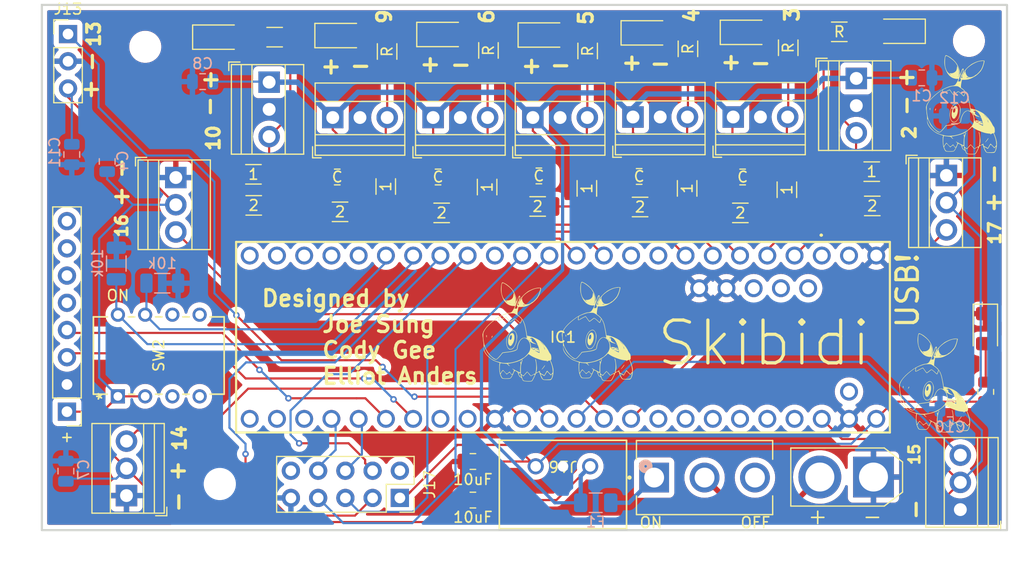
<source format=kicad_pcb>
(kicad_pcb (version 20240108) (generator "pcbnew") (generator_version "8.0")
  (layers (0 "F.Cu" signal) (31 "B.Cu" signal) (34 "B.Paste" user) (35 "F.Paste" user) (36 "B.SilkS" user "B.Silkscreen") (37 "F.SilkS" user "F.Silkscreen") (38 "B.Mask" user) (39 "F.Mask" user) (44 "Edge.Cuts" user))
  (net 0 "")
  (net 1 "GND")
  (net 2 "+12V")
  (net 3 "+3.3V")
  (net 4 "+5V")
  (net 5 "Net-(D1-A)")
  (net 6 "Net-(D2-A)")
  (net 7 "Net-(D3-A)")
  (net 8 "Net-(D4-A)")
  (net 9 "Net-(D5-A)")
  (net 10 "Net-(D6-A)")
  (net 11 "Net-(D7-A)")
  (net 12 "Net-(D8-A)")
  (net 13 "Net-(SW1-C)")
  (net 14 "Dis2")
  (net 15 "BDC2")
  (net 18 "SCL")
  (net 19 "LN2")
  (net 20 "BDC1")
  (net 21 "Dis4")
  (net 23 "DIP3")
  (net 24 "LN1")
  (net 28 "SDA")
  (net 31 "BDC22")
  (net 32 "LN3")
  (net 35 "Dis7")
  (net 44 "Dis6")
  (net 45 "DIP4")
  (net 50 "LN4")
  (net 52 "Dis1")
  (net 53 "Dis5")
  (net 54 "BDC11")
  (net 58 "Dis3")
  (net 60 "Start")
  (net 61 "OM1")
  (net 62 "OM3")
  (net 63 "OM5")
  (net 64 "OM2")
  (net 65 "OM4")
  (net 66 "OM7")
  (net 67 "OM6")
  (net 68 "Net-(J12-Pin_2)")
  (net 69 "PWMB")
  (net 70 "PWMA")
  (footprint "Resistor_SMD:R_1206_3216Metric" (layer "F.Cu") (at 211.0375 42.1)
    (property "Reference" "2")
    (property "Value" "R_US")
  )
  (footprint "Resistor_SMD:R_1206_3216Metric" (layer "F.Cu") (at 201.6875 41.55)
    (property "Reference" "2")
    (property "Value" "R_US")
  )
  (footprint "Resistor_SMD:R_1206_3216Metric" (layer "F.Cu") (at 215.375 39.9375 -90)
    (property "Reference" "1")
    (property "Value" "R_US")
  )
  (footprint "Resistor_SMD:R_1206_3216Metric" (layer "F.Cu") (at 173.7125 42)
    (property "Reference" "2")
    (property "Value" "R_US")
  )
  (footprint "Resistor_SMD:R_1206_3216Metric" (layer "F.Cu") (at 165.6375 38.5 180)
    (property "Reference" "1")
    (property "Value" "R_US")
  )
  (footprint "TerminalBlock:TerminalBlock_Xinya_XY308-2.54-3P_1x03_P2.54mm_Horizontal" (layer "F.Cu") (at 201.025 33.15)
    (property "Reference" "J3" (hide yes))
    (property "Value" "Screw_Terminal_01x03")
  )
  (footprint "Capacitor_SMD:C_0805_2012Metric" (layer "F.Cu") (at 182.85 38.75 180)
    (property "Reference" "C")
    (property "Value" "0.1uF")
  )
  (footprint "Resistor_SMD:R_1206_3216Metric" (layer "F.Cu") (at 178.1 27.0375 -90)
    (property "Reference" "R")
    (property "Value" "500ohm")
  )
  (footprint "Resistor_SMD:R_1206_3216Metric" (layer "F.Cu") (at 196.725 39.8125 -90)
    (property "Reference" "1")
    (property "Value" "R_US")
  )
  (footprint "TerminalBlock:TerminalBlock_Xinya_XY308-2.54-3P_1x03_P2.54mm_Horizontal" (layer "F.Cu") (at 230.25 38.605 -90)
    (property "Reference" "J11" (hide yes))
    (property "Value" "Screw_Terminal_01x03")
  )
  (footprint "Capacitor_SMD:C_0805_2012Metric" (layer "F.Cu") (at 201.6 38.7)
    (property "Reference" "C")
    (property "Value" "10uF")
  )
  (footprint "LED_SMD:LED_1206_3216Metric" (layer "F.Cu") (at 233.881079 52.903457 -90)
    (property "Reference" "D8" (hide yes))
    (property "Value" "LED")
  )
  (footprint "Resistor_SMD:R_1206_3216Metric" (layer "F.Cu") (at 165.6625 41.4 180)
    (property "Reference" "2")
    (property "Value" "R_US")
  )
  (footprint "Capacitor_SMD:C_0805_2012Metric" (layer "F.Cu") (at 192.25 38.65 180)
    (property "Reference" "C")
    (property "Value" "0.1uF")
  )
  (footprint "LED_SMD:LED_1206_3216Metric" (layer "F.Cu") (at 192.6 25.5)
    (property "Reference" "D4" (hide yes))
    (property "Value" "LED")
  )
  (footprint "TerminalBlock:TerminalBlock_Xinya_XY308-2.54-3P_1x03_P2.54mm_Horizontal" (layer "F.Cu") (at 231.55 69.79 90)
    (property "Reference" "J7" (hide yes))
    (property "Value" "Screw_Terminal_01x03")
  )
  (footprint "askibidi:swotcslide" (layer "F.Cu") (at 207.7 66.8)
    (property "Reference" "ON")
    (property "Value" "SW_Nidec_CAS-120A1")
  )
  (footprint "Capacitor_SMD:C_0805_2012Metric" (layer "F.Cu") (at 186.1 68.9 180)
    (property "Reference" "10uF")
    (property "Value" "0.1uF")
  )
  (footprint "TerminalBlock:TerminalBlock_Xinya_XY308-2.54-3P_1x03_P2.54mm_Horizontal" (layer "F.Cu") (at 182.39 33.2)
    (property "Reference" "J4" (hide yes))
    (property "Value" "Screw_Terminal_01x03")
  )
  (footprint "TerminalBlock:TerminalBlock_Xinya_XY308-2.54-3P_1x03_P2.54mm_Horizontal" (layer "F.Cu") (at 191.69 33.2)
    (property "Reference" "J6" (hide yes))
    (property "Value" "Screw_Terminal_01x03")
  )
  (footprint "LED_SMD:LED_1206_3216Metric" (layer "F.Cu") (at 226 25.15 180)
    (property "Reference" "D1" (hide yes))
    (property "Value" "LED")
  )
  (footprint "Resistor_SMD:R_1206_3216Metric" (layer "F.Cu") (at 167.6125 25.7)
    (property "Reference" "R24" (hide yes))
    (property "Value" "500ohm")
  )
  (footprint "Resistor_SMD:R_0805_2012Metric" (layer "F.Cu") (at 233.91565 58.804478 -90)
    (property "Reference" "R15" (hide yes))
    (property "Value" "180ohm")
  )
  (footprint "LED_SMD:LED_1206_3216Metric" (layer "F.Cu") (at 162.25 25.7)
    (property "Reference" "D7" (hide yes))
    (property "Value" "LED")
  )
  (footprint "TerminalBlock:TerminalBlock_Xinya_XY308-2.54-3P_1x03_P2.54mm_Horizontal" (layer "F.Cu") (at 221.85 29.55 -90)
    (property "Reference" "J2" (hide yes))
    (property "Value" "Screw_Terminal_01x03")
  )
  (footprint "MountingHole:MountingHole_2.5mm" (layer "F.Cu") (at 162.5 67.4)
    (property "Reference" "H3" (hide yes))
    (property "Value" "MountingHole")
  )
  (footprint "Resistor_SMD:R_1206_3216Metric" (layer "F.Cu") (at 183.1875 42.1)
    (property "Reference" "2")
    (property "Value" "R_US")
  )
  (footprint "LED_SMD:LED_1206_3216Metric" (layer "F.Cu") (at 202.2 25.3)
    (property "Reference" "D3" (hide yes))
    (property "Value" "LED")
  )
  (footprint "askibidi:turtwig" (layer "F.Cu") (at 197.7 53.15)
    (property "Reference" "G***" (hide yes))
    (property "Value" "LOGO" (hide yes))
  )
  (footprint "TerminalBlock:TerminalBlock_Xinya_XY308-2.54-3P_1x03_P2.54mm_Horizontal" (layer "F.Cu") (at 173.03 33.2)
    (property "Reference" "J9" (hide yes))
    (property "Value" "Screw_Terminal_01x03")
  )
  (footprint "Connector_PinHeader_2.54mm:PinHeader_1x08_P2.54mm_Vertical" (layer "F.Cu") (at 148.25 60.65 180)
    (property "Reference" "+")
    (property "Value" "Conn_01x08_Pin")
  )
  (footprint "askibidi:AnotherTeensy" (layer "F.Cu") (at 218.63 46.08 180)
    (property "Reference" "IC1")
    (property "Value" "TEENSY_4.1" (hide yes))
  )
  (footprint "TerminalBlock:TerminalBlock_Xinya_XY308-2.54-3P_1x03_P2.54mm_Horizontal" (layer "F.Cu") (at 210.37 33.15)
    (property "Reference" "J5" (hide yes))
    (property "Value" "Screw_Terminal_01x03")
  )
  (footprint "Capacitor_SMD:C_0805_2012Metric" (layer "F.Cu") (at 211.25 38.75)
    (property "Reference" "C")
    (property "Value" "0.1uF")
  )
  (footprint "Resistor_SMD:R_1206_3216Metric" (layer "F.Cu") (at 223.3375 41.45)
    (property "Reference" "2")
    (property "Value" "R_US")
  )
  (footprint "Resistor_SMD:R_1206_3216Metric" (layer "F.Cu") (at 223.2875 38.25)
    (property "Reference" "1")
    (property "Value" "R_US")
  )
  (footprint "Capacitor_SMD:C_0805_2012Metric" (layer "F.Cu") (at 186.1 65.3 180)
    (property "Reference" "10uF")
    (property "Value" "10uF")
  )
  (footprint "askibidi:turtwig" (layer "F.Cu") (at 231.65 32)
    (property "Reference" "G***" (hide yes))
    (property "Value" "LOGO" (hide yes))
  )
  (footprint "askibidi:turtwig" (layer "F.Cu") (at 190.3 53.2)
    (property "Reference" "G***" (hide yes))
    (property "Value" "LOGO" (hide yes))
  )
  (footprint "Connector_PinSocket_2.54mm:PinSocket_2x05_P2.54mm_Vertical" (layer "F.Cu") (at 179.29 68.7 -90)
    (property "Reference" "J17")
    (property "Value" "Conn_02x05_Odd_Even")
  )
  (footprint "TerminalBlock:TerminalBlock_Xinya_XY308-2.54-3P_1x03_P2.54mm_Horizontal" (layer "F.Cu") (at 153.8 68.48 90)
    (property "Reference" "J1" (hide yes))
    (property "Value" "Screw_Terminal_01x03")
  )
  (footprint "Resistor_SMD:R_1206_3216Metric" (layer "F.Cu") (at 177.975 39.6375 -90)
    (property "Reference" "1")
    (property "Value" "R_US")
  )
  (footprint "Resistor_SMD:R_1206_3216Metric" (layer "F.Cu") (at 206.075 39.8125 -90)
    (property "Reference" "1")
    (property "Value" "R_US")
  )
  (footprint "askibidi:Dipshit" (layer "F.Cu") (at 153 59.22 90)
    (property "Reference" "SW2")
    (property "Value" "210-4MS")
  )
  (footprint "Connector_PinHeader_2.54mm:PinHeader_1x03_P2.54mm_Vertical" (layer "F.Cu") (at 148.35 25.41)
    (property "Reference" "J13")
    (property "Value" "Conn_01x03_Pin")
  )
  (footprint "Resistor_SMD:R_1206_3216Metric" (layer "F.Cu") (at 187.425 39.6875 -90)
    (property "Reference" "1")
    (property "Value" "R_US")
  )
  (footprint "LED_SMD:LED_1206_3216Metric" (layer "F.Cu") (at 211.45 25.25)
    (property "Reference" "D2" (hide yes))
    (property "Value" "LED")
  )
  (footprint "askibidi:turtwig" (layer "F.Cu") (at 229.15 57.95)
    (property "Reference" "G***" (hide yes))
    (property "Value" "LOGO" (hide yes))
  )
  (footprint "TerminalBlock:TerminalBlock_Xinya_XY308-2.54-3P_1x03_P2.54mm_Horizontal" (layer "F.Cu") (at 158.4 38.8 -90)
    (property "Reference" "J10" (hide yes))
    (property "Value" "Screw_Terminal_01x03")
  )
  (footprint "MountingHole:MountingHole_2.5mm" (layer "F.Cu") (at 155.55 26.6)
    (property "Reference" "H1" (hide yes))
    (property "Value" "MountingHole")
  )
  (footprint "TerminalBlock:TerminalBlock_Xinya_XY308-2.54-3P_1x03_P2.54mm_Horizontal" (layer "F.Cu") (at 167.1 29.9 -90)
    (property "Reference" "J8" (hide yes))
    (property "Value" "Screw_Terminal_01x03")
  )
  (footprint "Resistor_SMD:R_1206_3216Metric" (layer "F.Cu") (at 220.2625 25.2 180)
    (property "Reference" "R18" (hide yes))
    (property "Value" "500ohm")
  )
  (footprint "MountingHole:MountingHole_2.5mm" (layer "F.Cu") (at 232.35 26.05)
    (property "Reference" "H2" (hide yes))
    (property "Value" "MountingHole")
  )
  (footprint "LED_SMD:LED_1206_3216Metric" (layer "F.Cu") (at 183.15 25.45)
    (property "Reference" "D5" (hide yes))
    (property "Value" "LED")
  )
  (footprint "Resistor_SMD:R_1206_3216Metric" (layer "F.Cu") (at 196.8 26.9875 -90)
    (property "Reference" "R21" (hide yes))
    (property "Value" "500ohm")
  )
  (footprint "LED_SMD:LED_1206_3216Metric" (layer "F.Cu") (at 173.65 25.55)
    (property "Reference" "D6" (hide yes))
    (property "Value" "LED")
  )
  (footprint "Resistor_SMD:R_1206_3216Metric" (layer "F.Cu") (at 206.15 26.7875 -90)
    (property "Reference" "R20" (hide yes))
    (property "Value" "500ohm")
  )
  (footprint "Resistor_SMD:R_1206_3216Metric" (layer "F.Cu") (at 215.5 26.6875 -90)
    (property "Reference" "R19" (hide yes))
    (property "Value" "500ohm")
  )
  (footprint "Capacitor_SMD:C_0805_2012Metric" (layer "F.Cu") (at 173.45 38.75 180)
    (property "Reference" "C")
    (property "Value" "0.1uF")
  )
  (footprint "Connector_AMASS:AMASS_XT30U-F_1x02_P5.0mm_Vertical" (layer "F.Cu") (at 223.45 66.75 180)
    (property "Reference" "J12" (hide yes))
    (property "Value" "12V")
  )
  (footprint "Resistor_SMD:R_1206_3216Metric" (layer "F.Cu") (at 187.55 26.9375 -90)
    (property "Reference" "R22" (hide yes))
    (property "Value" "500ohm")
  )
  (footprint "Resistor_SMD:R_1206_3216Metric" (layer "F.Cu") (at 192.1375 41.5)
    (property "Reference" "2")
    (property "Value" "R_US")
  )
  (footprint "askibidi:5vregulator" (layer "F.Cu") (at 197.0351 65.750499 180)
    (property "Reference" "J16")
    (property "Value" "P78E05-1000")
  )
  (footprint "Capacitor_SMD:C_0805_2012Metric" (layer "B.Cu") (at 231 33.05 180)
    (property "Reference" "C12")
    (property "Value" "0.1uF")
  )
  (footprint "Capacitor_SMD:C_0805_2012Metric" (layer "B.Cu") (at 230.6 60.4)
    (property "Reference" "C10")
    (property "Value" "0.1uF")
  )
  (footprint "Capacitor_SMD:C_0805_2012Metric" (layer "B.Cu") (at 148.15 66.2 -90)
    (property "Reference" "C7")
    (property "Value" "0.1uF")
  )
  (footprint "Capacitor_SMD:C_0805_2012Metric" (layer "B.Cu") (at 152 37.3 -90)
    (property "Reference" "C4")
    (property "Value" "0.1uF")
  )
  (footprint "Capacitor_SMD:C_1206_3216Metric" (layer "B.Cu") (at 152.85 46.825 -90)
    (property "Reference" "R16" (hide yes))
    (property "Value" "10k")
  )
  (footprint "Capacitor_SMD:C_1206_3216Metric" (layer "B.Cu") (at 157.135 48.66)
    (property "Reference" "R17" (hide yes))
    (property "Value" "10k")
  )
  (footprint "Capacitor_SMD:C_0805_2012Metric" (layer "B.Cu") (at 160.9 29.85 180)
    (property "Reference" "C8")
    (property "Value" "0.1uF")
  )
  (footprint "Fuse:Fuse_1206_3216Metric" (layer "B.Cu") (at 197.55 69.15)
    (property "Reference" "F1")
    (property "Value" "Fuse")
  )
  (footprint "Capacitor_SMD:C_0805_2012Metric" (layer "B.Cu") (at 148.7 36.65 90)
    (property "Reference" "C11")
    (property "Value" "0.1uF")
  )
  (footprint "Capacitor_SMD:C_0805_2012Metric" (layer "B.Cu") (at 227.95 29.5)
    (property "Reference" "C1")
    (property "Value" "0.1uF")
  )
  (gr_rect (start 145.91 22.69) (end 235.9 71.7045) (stroke (width 0.2)) (fill none) (layer "Edge.Cuts"))
  (gr_text "14" (at 159.45 64.45 90) (layer "F.SilkS") (effects (font (size 1.2 1.2) (thickness 0.3) (bold yes)) (justify left bottom)))
  (gr_text "-" (at 154.15 36.8 90) (layer "F.SilkS") (effects (font (size 1.5 1.5) (thickness 0.3) (bold yes)) (justify left bottom mirror)))
  (gr_text "R" (at 215.5 26.6875 90) (layer "F.SilkS") (effects (font (size 1 1))))
  (gr_text "-" (at 149.85 29.1 -90) (layer "F.SilkS") (effects (font (size 1.5 1.5) (thickness 0.3) (bold yes)) (justify left bottom mirror)))
  (gr_text "+" (at 174 29.25 0) (layer "F.SilkS") (effects (font (size 1.5 1.5) (thickness 0.3) (bold yes)) (justify left bottom mirror)))
  (gr_text "+" (at 192.7 29.2 0) (layer "F.SilkS") (effects (font (size 1.5 1.5) (thickness 0.3) (bold yes)) (justify left bottom mirror)))
  (gr_text "+" (at 183.25 29.05 0) (layer "F.SilkS") (effects (font (size 1.5 1.5) (thickness 0.3) (bold yes)) (justify left bottom mirror)))
  (gr_text "-" (at 235.5 37.35 90) (layer "F.SilkS") (effects (font (size 1.5 1.5) (thickness 0.3) (bold yes)) (justify left bottom mirror)))
  (gr_text "R" (at 220.2625 25.2 0) (layer "F.SilkS") (effects (font (size 1 1))))
  (gr_text "+" (at 151.65 31.35 0) (layer "F.SilkS") (effects (font (size 1.5 1.5) (thickness 0.3) (bold yes)) (justify left bottom mirror)))
  (gr_text "17" (at 235.4 45.2 90) (layer "F.SilkS") (effects (font (size 1.1 1.1) (thickness 0.275) (bold yes)) (justify left bottom)))
  (gr_text "-" (at 202.45 27.45 180) (layer "F.SilkS") (effects (font (size 1.5 1.5) (thickness 0.3) (bold yes)) (justify left bottom mirror)))
  (gr_text "5" (at 197.4 24.7 90) (layer "F.SilkS") (effects (font (size 1.3 1.3) (thickness 0.3) (bold yes)) (justify left bottom)))
  (gr_text "R" (at 206.15 26.7875 90) (layer "F.SilkS") (effects (font (size 1 1))))
  (gr_text "+" (at 235.83 41.9 0) (layer "F.SilkS") (effects (font (size 1.5 1.5) (thickness 0.3) (bold yes)) (justify left bottom mirror)))
  (gr_text "16" (at 154 44.525 90) (layer "F.SilkS") (effects (font (size 1.1 1.1) (thickness 0.275) (bold yes)) (justify left bottom)))
  (gr_text "15" (at 227.85 65.75 90) (layer "F.SilkS") (effects (font (size 1 1) (thickness 0.25) (bold yes)) (justify left bottom)))
  (gr_text "R" (at 187.55 26.9375 90) (layer "F.SilkS") (effects (font (size 1 1))))
  (gr_text "-" (at 211.8 27.4 180) (layer "F.SilkS") (effects (font (size 1.5 1.5) (thickness 0.3) (bold yes)) (justify left bottom mirror)))
  (gr_text "+" (at 154.5 41.345 0) (layer "F.SilkS") (effects (font (size 1.5 1.5) (thickness 0.3) (bold yes)) (justify left bottom mirror)))
  (gr_text "2" (at 227.5 35.35 90) (layer "F.SilkS") (effects (font (size 1.2 1.2) (thickness 0.3) (bold yes)) (justify left bottom)))
  (gr_text "13" (at 151.45 26.75 90) (layer "F.SilkS") (effects (font (size 1.2 1.2) (thickness 0.3) (bold yes)) (justify left bottom)))
  (gr_text "-" (at 183.85 27.55 180) (layer "F.SilkS") (effects (font (size 1.5 1.5) (thickness 0.3) (bold yes)) (justify left bottom mirror)))
  (gr_text "+" (at 159.75 66.95 0) (layer "F.SilkS") (effects (font (size 1.5 1.5) (thickness 0.3) (bold yes)) (justify left bottom mirror)))
  (gr_text "+" (at 202.05 28.9 0) (layer "F.SilkS") (effects (font (size 1.5 1.5) (thickness 0.3) (bold yes)) (justify left bottom mirror)))
  (gr_text "3" (at 216.62 24.4075 90) (layer "F.SilkS") (effects (font (size 1.3 1.3) (thickness 0.3) (bold yes)) (justify left bottom)))
  (gr_text "R" (at 196.8 26.9875 90) (layer "F.SilkS") (effects (font (size 1 1))))
  (gr_text "+" (at 211.3 28.85 0) (layer "F.SilkS") (effects (font (size 1.5 1.5) (thickness 0.3) (bold yes)) (justify left bottom mirror)))
  (gr_text "-" (at 228.2 68.65 90) (layer "F.SilkS") (effects (font (size 1.5 1.5) (thickness 0.3) (bold yes)) (justify left bottom mirror)))
  (gr_text "OFF\n" (at 212.45 71 0) (layer "F.SilkS") (effects (font (size 1 1))))
  (gr_text "10" (at 162.6 36.45 90) (layer "F.SilkS") (effects (font (size 1.2 1.2) (thickness 0.3) (bold yes)) (justify left bottom)))
  (gr_text "-" (at 160.85 33.3 -90) (layer "F.SilkS") (effects (font (size 1.5 1.5) (thickness 0.3) (bold yes)) (justify left bottom mirror)))
  (gr_text "+" (at 162.8 30.45 0) (layer "F.SilkS") (effects (font (size 1.5 1.5) (thickness 0.3) (bold yes)) (justify left bottom mirror)))
  (gr_text "6" (at 188.15 24.6 90) (layer "F.SilkS") (effects (font (size 1.3 1.3) (thickness 0.3) (bold yes)) (justify left bottom)))
  (gr_text "Designed by\n	Joe Sung \n	Cody Gee\n	Elliot Anders" (at 166.25 58.2 0) (layer "F.SilkS") (effects (font (size 1.5 1.5) (thickness 0.3) (bold yes)) (justify left bottom)))
  (gr_text "Skibidi" (at 203.05 56.6 0) (layer "F.SilkS") (effects (font (size 4 4) (thickness 0.3) (bold yes)) (justify left bottom)))
  (gr_text "-" (at 159.45 67.95 90) (layer "F.SilkS") (effects (font (size 1.5 1.5) (thickness 0.3) (bold yes)) (justify left bottom mirror)))
  (gr_text "-" (at 174.5 27.65 180) (layer "F.SilkS") (effects (font (size 1.5 1.5) (thickness 0.3) (bold yes)) (justify left bottom mirror)))
  (gr_text "9\n" (at 178.6 24.6 90) (layer "F.SilkS") (effects (font (size 1.3 1.3) (thickness 0.3) (bold yes)) (justify left bottom)))
  (gr_text "-" (at 193.15 27.6 180) (layer "F.SilkS") (effects (font (size 1.5 1.5) (thickness 0.3) (bold yes)) (justify left bottom mirror)))
  (gr_text "4" (at 207.27 24.5075 90) (layer "F.SilkS") (effects (font (size 1.3 1.3) (thickness 0.3) (bold yes)) (justify left bottom)))
  (gr_text "-" (at 227.35 30.95 90) (layer "F.SilkS") (effects (font (size 1.5 1.5) (thickness 0.3) (bold yes)) (justify left bottom mirror)))
  (gr_text "+" (at 227.688748 30.235 0) (layer "F.SilkS") (effects (font (size 1.5 1.5) (thickness 0.3) (bold yes)) (justify left bottom mirror)))
  (gr_text "USB!" (at 227.8 53 90) (layer "F.SilkS") (effects (font (size 2 2) (thickness 0.3) (bold yes)) (justify left bottom)))
  (segment (start 201.025 34.625) (end 201.025 33.15) (width 0.2) (layer "F.Cu") (net 2))
  (segment (start 210.3 38.75) (end 210.3 33.22) (width 0.2) (layer "F.Cu") (net 2))
  (segment (start 187.05 68.9) (end 193.885598 68.9) (width 0.2) (layer "F.Cu") (net 2))
  (segment (start 167.05 29.85) (end 167.1 29.9) (width 0.2) (layer "F.Cu") (net 2))
  (segment (start 182.39 34.69) (end 182.39 33.2) (width 0.2) (layer "F.Cu") (net 2))
  (segment (start 193.2 38.65) (end 193.2 35.95) (width 0.2) (layer "F.Cu") (net 2))
  (segment (start 202.55 38.7) (end 202.55 36.15) (width 0.2) (layer "F.Cu") (net 2))
  (segment (start 183.8 36.1) (end 182.39 34.69) (width 0.2) (layer "F.Cu") (net 2))
  (segment (start 194.835599 67.95) (end 195.192799 67.592799) (width 0.2) (layer "F.Cu") (net 2))
  (segment (start 210.3 33.22) (end 210.37 33.15) (width 0.2) (layer "F.Cu") (net 2))
  (segment (start 183.8 38.75) (end 183.8 36.1) (width 0.2) (layer "F.Cu") (net 2))
  (segment (start 173.03 34.33) (end 173.03 33.2) (width 0.2) (layer "F.Cu") (net 2))
  (segment (start 191.69 34.44) (end 191.69 33.2) (width 0.2) (layer "F.Cu") (net 2))
  (segment (start 193.2 35.95) (end 191.69 34.44) (width 0.2) (layer "F.Cu") (net 2))
  (segment (start 195.192799 67.592799) (end 197.0351 65.750499) (width 0.2) (layer "F.Cu") (net 2))
  (segment (start 221.9 29.5) (end 221.85 29.55) (width 0.2) (layer "F.Cu") (net 2))
  (segment (start 174.4 38.75) (end 174.4 35.7) (width 0.2) (layer "F.Cu") (net 2))
  (segment (start 174.4 35.7) (end 173.03 34.33) (width 0.2) (layer "F.Cu") (net 2))
  (segment (start 193.885598 68.9) (end 195.192799 67.592799) (width 0.2) (layer "F.Cu") (net 2))
  (segment (start 202.55 36.15) (end 201.025 34.625) (width 0.2) (layer "F.Cu") (net 2))
  (segment (start 182.39 33.2) (end 184.74 30.85) (width 0.5) (layer "B.Cu") (net 2))
  (segment (start 201.025 32.325) (end 202.35 31) (width 0.5) (layer "B.Cu") (net 2))
  (segment (start 217.55 30.75) (end 218.75 29.55) (width 0.5) (layer "B.Cu") (net 2))
  (segment (start 218.75 29.55) (end 221.85 29.55) (width 0.5) (layer "B.Cu") (net 2))
  (segment (start 175.38 30.85) (end 180.04 30.85) (width 0.5) (layer "B.Cu") (net 2))
  (segment (start 210.37 33.15) (end 212.77 30.75) (width 0.5) (layer "B.Cu") (net 2))
  (segment (start 180.04 30.85) (end 182.39 33.2) (width 0.5) (layer "B.Cu") (net 2))
  (segment (start 192.239623 67.660377) (end 193.729245 69.15) (width 0.3) (layer "B.Cu") (net 2))
  (segment (start 161.85 29.85) (end 167.05 29.85) (width 0.2) (layer "B.Cu") (net 2))
  (segment (start 198.85 30.9) (end 201.025 33.075) (width 0.5) (layer "B.Cu") (net 2))
  (segment (start 186.9 55) (end 186.9 62.35) (width 0.3) (layer "B.Cu") (net 2))
  (segment (start 184.74 30.85) (end 189.34 30.85) (width 0.5) (layer "B.Cu") (net 2))
  (segment (start 208.22 31) (end 210.37 33.15) (width 0.5) (layer "B.Cu") (net 2))
  (segment (start 212.77 30.75) (end 217.55 30.75) (width 0.5) (layer "B.Cu") (net 2))
  (segment (start 194.4625 47.4375) (end 186.9 55) (width 0.3) (layer "B.Cu") (net 2))
  (segment (start 191.69 33.2) (end 194.4625 35.9725) (width 0.3) (layer "B.Cu") (net 2))
  (segment (start 189.34 30.85) (end 191.69 33.2) (width 0.5) (layer "B.Cu") (net 2))
  (segment (start 173.03 33.2) (end 175.38 30.85) (width 0.5) (layer "B.Cu") (net 2))
  (segment (start 201.025 33.075) (end 201.025 33.15) (width 0.5) (layer "B.Cu") (net 2))
  (segment (start 196.15 66.635599) (end 197.0351 65.750499) (width 0.4) (layer "B.Cu") (net 2))
  (segment (start 192.210377 67.660377) (end 192.239623 67.660377) (width 0.3) (layer "B.Cu") (net 2))
  (segment (start 193.729245 69.15) (end 196.15 69.15) (width 0.3) (layer "B.Cu") (net 2))
  (segment (start 167.1 29.9) (end 169.73 29.9) (width 0.5) (layer "B.Cu") (net 2))
  (segment (start 194.4625 35.9725) (end 194.4625 47.4375) (width 0.3) (layer "B.Cu") (net 2))
  (segment (start 186.9 62.35) (end 192.210377 67.660377) (width 0.3) (layer "B.Cu") (net 2))
  (segment (start 191.779245 67.2) (end 192.239623 67.660377) (width 0.3) (layer "B.Cu") (net 2))
  (segment (start 196.15 69.15) (end 196.15 66.635599) (width 0.4) (layer "B.Cu") (net 2))
  (segment (start 202.35 31) (end 208.22 31) (width 0.5) (layer "B.Cu") (net 2))
  (segment (start 221.9 29.5) (end 221.85 29.55) (width 0.2) (layer "B.Cu") (net 2))
  (segment (start 169.73 29.9) (end 173.03 33.2) (width 0.5) (layer "B.Cu") (net 2))
  (segment (start 201.025 33.15) (end 201.025 32.325) (width 0.5) (layer "B.Cu") (net 2))
  (segment (start 191.69 33.2) (end 193.99 30.9) (width 0.5) (layer "B.Cu") (net 2))
  (segment (start 167.05 29.85) (end 167.1 29.9) (width 0.2) (layer "B.Cu") (net 2))
  (segment (start 227 29.5) (end 221.9 29.5) (width 0.2) (layer "B.Cu") (net 2))
  (segment (start 193.99 30.9) (end 198.85 30.9) (width 0.5) (layer "B.Cu") (net 2))
  (segment (start 148.35 31.3) (end 148.35 30.49) (width 0.2) (layer "F.Cu") (net 3))
  (segment (start 148.25 60.65) (end 151.57 60.65) (width 0.2) (layer "F.Cu") (net 3))
  (segment (start 157.105 40.045) (end 158.4 41.34) (width 0.2) (layer "F.Cu") (net 3))
  (segment (start 218.63 61.32) (end 220.51 63.2) (width 0.2) (layer "F.Cu") (net 3))
  (segment (start 157.105 40.045) (end 150.01 32.95) (width 0.2) (layer "F.Cu") (net 3))
  (segment (start 151.57 60.65) (end 153 59.22) (width 0.2) (layer "F.Cu") (net 3))
  (segment (start 227.5 63.2) (end 231.55 67.25) (width 0.2) (layer "F.Cu") (net 3))
  (segment (start 156.2 39.14) (end 157.105 40.045) (width 0.2) (layer "F.Cu") (net 3))
  (segment (start 151.6 60.62) (end 153 59.22) (width 0.2) (layer "F.Cu") (net 3))
  (segment (start 220.51 63.2) (end 227.5 63.2) (width 0.2) (layer "F.Cu") (net 3))
  (segment (start 153 59.22) (end 155.54 59.22) (width 0.2) (layer "F.Cu") (net 3))
  (segment (start 151.6 63.74) (end 151.6 60.62) (width 0.2) (layer "F.Cu") (net 3))
  (segment (start 153.89 65.85) (end 153.8 65.94) (width 0.2) (layer "F.Cu") (net 3))
  (segment (start 227.85 70.95) (end 231.55 67.25) (width 0.2) (layer "F.Cu") (net 3))
  (segment (start 148.35 31.2) (end 148.35 30.49) (width 0.2) (layer "F.Cu") (net 3))
  (segment (start 153.8 65.94) (end 151.6 63.74) (width 0.2) (layer "F.Cu") (net 3))
  (segment (start 150.01 32.95) (end 150 32.95) (width 0.2) (layer "F.Cu") (net 3))
  (segment (start 158.81 70.95) (end 227.85 70.95) (width 0.2) (layer "F.Cu") (net 3))
  (segment (start 150 32.95) (end 148.35 31.3) (width 0.2) (layer "F.Cu") (net 3))
  (segment (start 153.8 65.94) (end 158.81 70.95) (width 0.2) (layer "F.Cu") (net 3))
  (segment (start 152 38.95) (end 152 38.25) (width 0.2) (layer "B.Cu") (net 3))
  (segment (start 154.9 41.34) (end 154.39 41.34) (width 0.2) (layer "B.Cu") (net 3))
  (segment (start 231.55 60.4) (end 233.55 62.4) (width 0.2) (layer "B.Cu") (net 3))
  (segment (start 151.25 57.47) (end 151.25 44.5) (width 0.2) (layer "B.Cu") (net 3))
  (segment (start 233.45 58.5) (end 233.45 44.345) (width 0.2) (layer "B.Cu") (net 3))
  (segment (start 154.41 41.34) (end 154.9 41.34) (width 0.2) (layer "B.Cu") (net 3))
  (segment (start 153.89 65.85) (end 153.8 65.94) (width 0.2) (layer "B.Cu") (net 3))
  (segment (start 233.45 44.345) (end 230.25 41.145) (width 0.2) (layer "B.Cu") (net 3))
  (segment (start 148.4 66.9) (end 152.84 66.9) (width 0.2) (layer "B.Cu") (net 3))
  (segment (start 158.36 41.3) (end 158.4 41.34) (width 0.2) (layer "B.Cu") (net 3))
  (segment (start 154.9 41.34) (end 158.4 41.34) (width 0.2) (layer "B.Cu") (net 3))
  (segment (start 233.55 65.25) (end 231.55 67.25) (width 0.2) (layer "B.Cu") (net 3))
  (segment (start 231.55 60.4) (end 233.45 58.5) (width 0.2) (layer "B.Cu") (net 3))
  (segment (start 151.25 44.5) (end 154.41 41.34) (width 0.2) (layer "B.Cu") (net 3))
  (segment (start 148.15 67.15) (end 148.4 66.9) (width 0.2) (layer "B.Cu") (net 3))
  (segment (start 152.84 66.9) (end 153.8 65.94) (width 0.2) (layer "B.Cu") (net 3))
  (segment (start 232.85 33.95) (end 232.85 38.545) (width 0.2) (layer "B.Cu") (net 3))
  (segment (start 233.55 62.4) (end 233.55 65.25) (width 0.2) (layer "B.Cu") (net 3))
  (segment (start 148.7 35.7) (end 148.7 30.84) (width 0.2) (layer "B.Cu") (net 3))
  (segment (start 232.85 38.545) (end 230.25 41.145) (width 0.2) (layer "B.Cu") (net 3))
  (segment (start 231.95 33.05) (end 232.85 33.95) (width 0.2) (layer "B.Cu") (net 3))
  (segment (start 154.39 41.34) (end 152 38.95) (width 0.2) (layer "B.Cu") (net 3))
  (segment (start 148.7 30.84) (end 148.35 30.49) (width 0.2) (layer "B.Cu") (net 3))
  (segment (start 153 59.22) (end 151.25 57.47) (width 0.2) (layer "B.Cu") (net 3))
  (segment (start 187.05 65.3) (end 191.504601 65.3) (width 0.2) (layer "F.Cu") (net 4))
  (segment (start 184.65 63.75) (end 189.954601 63.75) (width 0.2) (layer "F.Cu") (net 4))
  (segment (start 191.504601 65.3) (end 191.9551 65.750499) (width 0.2) (layer "F.Cu") (net 4))
  (segment (start 180.01 68.39) (end 179.29 68.39) (width 0.2) (layer "F.Cu") (net 4))
  (segment (start 180.3 68.1) (end 180.01 68.39) (width 0.2) (layer "F.Cu") (net 4))
  (segment (start 191.805599 65.9) (end 191.9551 65.750499) (width 0.2) (layer "F.Cu") (net 4))
  (segment (start 233.91565 59.716978) (end 225.313022 59.716978) (width 0.2) (layer "F.Cu") (net 4))
  (segment (start 180.3 68.1) (end 179.7 68.7) (width 0.2) (layer "F.Cu") (net 4))
  (segment (start 225.313022 59.716978) (end 223.71 61.32) (width 0.2) (layer "F.Cu") (net 4))
  (segment (start 189.954601 63.75) (end 191.9551 65.750499) (width 0.2) (layer "F.Cu") (net 4))
  (segment (start 179.7 68.7) (end 179.29 68.7) (width 0.2) (layer "F.Cu") (net 4))
  (segment (start 184.65 63.75) (end 180.3 68.1) (width 0.2) (layer "F.Cu") (net 4))
  (segment (start 191.9551 65.750499) (end 194.055599 63.65) (width 0.2) (layer "B.Cu") (net 4))
  (segment (start 194.055599 63.65) (end 221.38 63.65) (width 0.2) (layer "B.Cu") (net 4))
  (segment (start 221.38 63.65) (end 223.71 61.32) (width 0.2) (layer "B.Cu") (net 4))
  (segment (start 224.55 25.2) (end 224.6 25.15) (width 0.2) (layer "F.Cu") (net 5))
  (segment (start 221.725 25.2) (end 224.55 25.2) (width 0.2) (layer "F.Cu") (net 5))
  (segment (start 212.85 25.25) (end 215.475 25.25) (width 0.2) (layer "F.Cu") (net 6))
  (segment (start 215.475 25.25) (end 215.5 25.225) (width 0.2) (layer "F.Cu") (net 6))
  (segment (start 203.625 25.325) (end 203.6 25.3) (width 0.2) (layer "F.Cu") (net 7))
  (segment (start 206.15 25.325) (end 203.625 25.325) (width 0.2) (layer "F.Cu") (net 7))
  (segment (start 194 25.5) (end 196.775 25.5) (width 0.2) (layer "F.Cu") (net 8))
  (segment (start 196.775 25.5) (end 196.8 25.525) (width 0.2) (layer "F.Cu") (net 8))
  (segment (start 184.55 25.45) (end 187.525 25.45) (width 0.2) (layer "F.Cu") (net 9))
  (segment (start 187.525 25.45) (end 187.55 25.475) (width 0.2) (layer "F.Cu") (net 9))
  (segment (start 178.075 25.55) (end 178.1 25.575) (width 0.2) (layer "F.Cu") (net 10))
  (segment (start 175.05 25.55) (end 178.075 25.55) (width 0.2) (layer "F.Cu") (net 10))
  (segment (start 163.65 25.7) (end 166.15 25.7) (width 0.2) (layer "F.Cu") (net 11))
  (segment (start 233.91565 54.338028) (end 233.881079 54.303457) (width 0.2) (layer "F.Cu") (net 12))
  (segment (start 233.91565 57.891978) (end 233.91565 54.338028) (width 0.2) (layer "F.Cu") (net 12))
  (segment (start 200.65 69.15) (end 203 66.8) (width 0.4) (layer "B.Cu") (net 13))
  (segment (start 198.95 69.15) (end 200.65 69.15) (width 0.4) (layer "B.Cu") (net 13))
  (segment (start 214.6 41.4) (end 215.375 41.4) (width 0.2) (layer "F.Cu") (net 14))
  (segment (start 212.5 42.1) (end 213.9 42.1) (width 0.2) (layer "F.Cu") (net 14))
  (segment (start 213.62 45.48) (end 213.6 45.48) (width 0.2) (layer "F.Cu") (net 14))
  (segment (start 213.9 42.1) (end 214.6 41.4) (width 0.2) (layer "F.Cu") (net 14))
  (segment (start 215.375 43.725) (end 213.62 45.48) (width 0.2) (layer "F.Cu") (net 14))
  (segment (start 215.375 41.4) (end 215.375 43.725) (width 0.2) (layer "F.Cu") (net 14))
  (segment (start 215.275 41.3) (end 215.375 41.4) (width 0.2) (layer "F.Cu") (net 14))
  (segment (start 175.75 61.62) (end 175.75 64.62) (width 0.2) (layer "B.Cu") (net 15))
  (segment (start 175.75 64.62) (end 174.21 66.16) (width 0.2) (layer "B.Cu") (net 15))
  (segment (start 175.45 61.32) (end 175.75 61.62) (width 0.2) (layer "B.Cu") (net 15))
  (segment (start 148.52 53.3) (end 162.75 53.3) (width 0.2) (layer "F.Cu") (net 18))
  (segment (start 177.99 61.32) (end 176.07 59.4) (width 0.2) (layer "F.Cu") (net 18))
  (segment (start 175.25 59.4) (end 168.9 59.4) (width 0.2) (layer "F.Cu") (net 18))
  (segment (start 162.75 53.3) (end 166.2 56.75) (width 0.2) (layer "F.Cu") (net 18))
  (segment (start 148.25 53.03) (end 148.52 53.3) (width 0.2) (layer "F.Cu") (net 18))
  (segment (start 176.07 59.4) (end 175.25 59.4) (width 0.2) (layer "F.Cu") (net 18))
  (via (at 166.2 56.75) (size 0.6) (drill 0.3) (layers "F.Cu" "B.Cu") (net 18))
  (via (at 168.9 59.4) (size 0.6) (drill 0.3) (layers "F.Cu" "B.Cu") (net 18))
  (segment (start 166.2 56.75) (end 166.25 56.75) (width 0.2) (layer "B.Cu") (net 18))
  (segment (start 166.25 56.75) (end 168.9 59.4) (width 0.2) (layer "B.Cu") (net 18))
  (segment (start 201.09 56) (end 222.84 56) (width 0.2) (layer "B.Cu") (net 19))
  (segment (start 195.77 61.32) (end 201.09 56) (width 0.2) (layer "B.Cu") (net 19))
  (segment (start 222.84 56) (end 231.55 64.71) (width 0.2) (layer "B.Cu") (net 19))
  (segment (start 184.4775 54.8325) (end 184.4775 67.0225) (width 0.2) (layer "B.Cu") (net 20))
  (segment (start 193.23 46.08) (end 184.4775 54.8325) (width 0.2) (layer "B.Cu") (net 20))
  (segment (start 180.45 71.05) (end 174.02 71.05) (width 0.2) (layer "B.Cu") (net 20))
  (segment (start 184.4775 67.0225) (end 180.45 71.05) (width 0.2) (layer "B.Cu") (net 20))
  (segment (start 174.02 71.05) (end 171.67 68.7) (width 0.2) (layer "B.Cu") (net 20))
  (segment (start 193.6 41.5) (end 196.5 41.5) (width 0.2) (layer "F.Cu") (net 21))
  (segment (start 196.7 41.25) (end 196.725 41.275) (width 0.2) (layer "F.Cu") (net 21))
  (segment (start 198.8 43.35) (end 206.39 43.35) (width 0.2) (layer "F.Cu") (net 21))
  (segment (start 206.39 43.35) (end 208.52 45.48) (width 0.2) (layer "F.Cu") (net 21))
  (segment (start 196.725 41.275) (end 198.8 43.35) (width 0.2) (layer "F.Cu") (net 21))
  (segment (start 196.5 41.5) (end 196.725 41.275) (width 0.2) (layer "F.Cu") (net 21))
  (segment (start 152.85 51.45) (end 153 51.6) (width 0.2) (layer "F.Cu") (net 23))
  (segment (start 155.75 54.35) (end 153 51.6) (width 0.2) (layer "B.Cu") (net 23))
  (segment (start 180.53 46.67) (end 172.85 54.35) (width 0.2) (layer "B.Cu") (net 23))
  (segment (start 152.85 51.45) (end 153 51.6) (width 0.2) (layer "B.Cu") (net 23))
  (segment (start 152.85 48.3) (end 152.85 51.45) (width 0.2) (layer "B.Cu") (net 23))
  (segment (start 180.53 46.08) (end 180.53 46.67) (width 0.2) (layer "B.Cu") (net 23))
  (segment (start 172.85 54.35) (end 155.75 54.35) (width 0.2) (layer "B.Cu") (net 23))
  (segment (start 161.25 62.4) (end 165.15 58.5) (width 0.2) (layer "F.Cu") (net 24))
  (segment (start 153.8 63.4) (end 154.8 62.4) (width 0.2) (layer "F.Cu") (net 24))
  (segment (start 154.8 62.4) (end 161.25 62.4) (width 0.2) (layer "F.Cu") (net 24))
  (segment (start 190.41 58.5) (end 193.23 61.32) (width 0.2) (layer "F.Cu") (net 24))
  (segment (start 165.15 58.5) (end 190.41 58.5) (width 0.2) (layer "F.Cu") (net 24))
  (segment (start 178.71 59.5) (end 178.7 59.5) (width 0.2) (layer "F.Cu") (net 28))
  (segment (start 148.62 55.2) (end 148.25 55.57) (width 0.2) (layer "F.Cu") (net 28))
  (segment (start 180.53 61.32) (end 178.71 59.5) (width 0.2) (layer "F.Cu") (net 28))
  (segment (start 164.9 57.55) (end 162.55 55.2) (width 0.2) (layer "F.Cu") (net 28))
  (segment (start 175.95 57.55) (end 164.9 57.55) (width 0.2) (layer "F.Cu") (net 28))
  (segment (start 162.55 55.2) (end 148.62 55.2) (width 0.2) (layer "F.Cu") (net 28))
  (via (at 178.7 59.5) (size 0.6) (drill 0.3) (layers "F.Cu" "B.Cu") (net 28))
  (via (at 175.95 57.55) (size 0.6) (drill 0.3) (layers "F.Cu" "B.Cu") (net 28))
  (segment (start 176.75 57.55) (end 178.7 59.5) (width 0.2) (layer "B.Cu") (net 28))
  (segment (start 175.95 57.55) (end 176.75 57.55) (width 0.2) (layer "B.Cu") (net 28))
  (segment (start 173.3 64.22) (end 171.67 65.85) (width 0.2) (layer "B.Cu") (net 31))
  (segment (start 173.3 61.71) (end 173.3 64.22) (width 0.2) (layer "B.Cu") (net 31))
  (segment (start 172.91 61.32) (end 173.3 61.71) (width 0.2) (layer "B.Cu") (net 31))
  (segment (start 171.67 65.85) (end 171.67 66.16) (width 0.2) (layer "B.Cu") (net 31))
  (segment (start 166.07 51.55) (end 188.54 51.55) (width 0.2) (layer "F.Cu") (net 32))
  (segment (start 188.54 51.55) (end 198.31 61.32) (width 0.2) (layer "F.Cu") (net 32))
  (segment (start 158.4 43.88) (end 166.07 51.55) (width 0.2) (layer "F.Cu") (net 32))
  (segment (start 194.19 44.5) (end 195.77 46.08) (width 0.2) (layer "F.Cu") (net 35))
  (segment (start 164.2 41.4) (end 167.3 44.5) (width 0.2) (layer "F.Cu") (net 35))
  (segment (start 167.3 44.5) (end 194.19 44.5) (width 0.2) (layer "F.Cu") (net 35))
  (segment (start 164.175 38.5) (end 164.175 41.375) (width 0.2) (layer "F.Cu") (net 35))
  (segment (start 164.175 41.375) (end 164.2 41.4) (width 0.2) (layer "F.Cu") (net 35))
  (segment (start 177.975 41.1) (end 180.725 43.85) (width 0.2) (layer "F.Cu") (net 44))
  (segment (start 196.08 43.85) (end 198.31 46.08) (width 0.2) (layer "F.Cu") (net 44))
  (segment (start 180.725 43.85) (end 195.75 43.85) (width 0.2) (layer "F.Cu") (net 44))
  (segment (start 175.175 42) (end 177.075 42) (width 0.2) (layer "F.Cu") (net 44))
  (segment (start 177.075 42) (end 177.975 41.1) (width 0.2) (layer "F.Cu") (net 44))
  (segment (start 195.75 43.85) (end 196.08 43.85) (width 0.2) (layer "F.Cu") (net 44))
  (segment (start 155.66 51.48) (end 155.54 51.6) (width 0.2) (layer "F.Cu") (net 45))
  (segment (start 155.66 48.66) (end 155.66 51.48) (width 0.2) (layer "B.Cu") (net 45))
  (segment (start 156.9 52.96) (end 155.54 51.6) (width 0.2) (layer "B.Cu") (net 45))
  (segment (start 155.66 51.48) (end 155.54 51.6) (width 0.2) (layer "B.Cu") (net 45))
  (segment (start 171.74 52.96) (end 156.9 52.96) (width 0.2) (layer "B.Cu") (net 45))
  (segment (start 171.74 52.96) (end 177.99 46.71) (width 0.2) (layer "B.Cu") (net 45))
  (segment (start 177.99 46.71) (end 177.99 46.08) (width 0.2) (layer "B.Cu") (net 45))
  (segment (start 211.12 51.05) (end 200.85 61.32) (width 0.2) (layer "F.Cu") (net 50))
  (segment (start 222.885 51.05) (end 222.35 51.05) (width 0.2) (layer "F.Cu") (net 50))
  (segment (start 230.25 43.685) (end 222.885 51.05) (width 0.2) (layer "F.Cu") (net 50))
  (segment (start 222.35 51.05) (end 211.12 51.05) (width 0.2) (layer "F.Cu") (net 50))
  (segment (start 224.8 38.3) (end 224.75 38.25) (width 0.2) (layer "F.Cu") (net 52))
  (segment (start 224.8 41.45) (end 224.8 38.3) (width 0.2) (layer "F.Cu") (net 52))
  (segment (start 218.37 43.8) (end 216.09 46.08) (width 0.2) (layer "F.Cu") (net 52))
  (segment (start 222.45 43.8) (end 218.37 43.8) (width 0.2) (layer "F.Cu") (net 52))
  (segment (start 224.8 41.45) (end 222.45 43.8) (width 0.2) (layer "F.Cu") (net 52))
  (segment (start 186.475 42.1) (end 187.425 41.15) (width 0.2) (layer "F.Cu") (net 53))
  (segment (start 205.98 45.43) (end 205.98 45.48) (width 0.2) (layer "F.Cu") (net 53))
  (segment (start 198.45 44.35) (end 204.2 44.35) (width 0.2) (layer "F.Cu") (net 53))
  (segment (start 184.65 42.1) (end 186.475 42.1) (width 0.2) (layer "F.Cu") (net 53))
  (segment (start 187.425 41.15) (end 189.475 43.2) (width 0.2) (layer "F.Cu") (net 53))
  (segment (start 189.475 43.2) (end 197.3 43.2) (width 0.2) (layer "F.Cu") (net 53))
  (segment (start 187.375 41.1) (end 187.425 41.15) (width 0.2) (layer "F.Cu") (net 53))
  (segment (start 197.3 43.2) (end 198.45 44.35) (width 0.2) (layer "F.Cu") (net 53))
  (segment (start 204.2 44.35) (end 205.93 46.08) (width 0.2) (layer "F.Cu") (net 53))
  (segment (start 175.51 70) (end 174.21 68.7) (width 0.2) (layer "B.Cu") (net 54))
  (segment (start 180.5 70) (end 175.51 70) (width 0.2) (layer "B.Cu") (net 54))
  (segment (start 181.85 68.65) (end 180.5 70) (width 0.2) (layer "B.Cu") (net 54))
  (segment (start 181.85 54.92) (end 181.85 68.65) (width 0.2) (layer "B.Cu") (net 54))
  (segment (start 190.69 46.08) (end 181.85 54.92) (width 0.2) (layer "B.Cu") (net 54))
  (segment (start 210.88 46.08) (end 211.01 46.08) (width 0.2) (layer "F.Cu") (net 58))
  (segment (start 206.075 41.275) (end 206.425 41.275) (width 0.2) (layer "F.Cu") (net 58))
  (segment (start 203.15 41.55) (end 205.8 41.55) (width 0.2) (layer "F.Cu") (net 58))
  (segment (start 205.8 41.55) (end 206.075 41.275) (width 0.2) (layer "F.Cu") (net 58))
  (segment (start 206.075 41.275) (end 210.88 46.08) (width 0.2) (layer "F.Cu") (net 58))
  (segment (start 205.8 41) (end 206.075 41.275) (width 0.2) (layer "F.Cu") (net 58))
  (segment (start 210.63 45.48) (end 211.06 45.48) (width 0.2) (layer "F.Cu") (net 58))
  (segment (start 188.62 59.25) (end 190.69 61.32) (width 0.2) (layer "F.Cu") (net 60))
  (segment (start 180.65 59.25) (end 188.62 59.25) (width 0.2) (layer "F.Cu") (net 60))
  (segment (start 168.25 55.85) (end 164.05 51.65) (width 0.2) (layer "F.Cu") (net 60))
  (segment (start 177.05 55.85) (end 168.25 55.85) (width 0.2) (layer "F.Cu") (net 60))
  (segment (start 177.675 56.475) (end 177.05 55.85) (width 0.2) (layer "F.Cu") (net 60))
  (via (at 180.65 59.25) (size 0.6) (drill 0.3) (layers "F.Cu" "B.Cu") (net 60))
  (via (at 164.05 51.65) (size 0.6) (drill 0.3) (layers "F.Cu" "B.Cu") (net 60))
  (via (at 177.675 56.475) (size 0.6) (drill 0.3) (layers "F.Cu" "B.Cu") (net 60))
  (segment (start 162 39.2) (end 159.55 36.75) (width 0.2) (layer "B.Cu") (net 60))
  (segment (start 151.2 28.26) (end 148.35 25.41) (width 0.2) (layer "B.Cu") (net 60))
  (segment (start 159.55 36.75) (end 155.7 36.75) (width 0.2) (layer "B.Cu") (net 60))
  (segment (start 180.45 59.25) (end 177.675 56.475) (width 0.2) (layer "B.Cu") (net 60))
  (segment (start 180.65 59.25) (end 180.45 59.25) (width 0.2) (layer "B.Cu") (net 60))
  (segment (start 162 49.6) (end 162 39.2) (width 0.2) (layer "B.Cu") (net 60))
  (segment (start 164.05 51.65) (end 162 49.6) (width 0.2) (layer "B.Cu") (net 60))
  (segment (start 155.7 36.75) (end 151.2 32.25) (width 0.2) (layer "B.Cu") (net 60))
  (segment (start 151.2 32.25) (end 151.2 28.26) (width 0.2) (layer "B.Cu") (net 60))
  (segment (start 221.825 34.655) (end 221.85 34.63) (width 0.2) (layer "F.Cu") (net 61))
  (segment (start 218.8 31.58) (end 221.85 34.63) (width 0.2) (layer "F.Cu") (net 61))
  (segment (start 221.825 38.25) (end 221.825 34.655) (width 0.2) (layer "F.Cu") (net 61))
  (segment (start 218.8 25.2) (end 218.8 31.58) (width 0.2) (layer "F.Cu") (net 61))
  (segment (start 206.075 38.35) (end 206.075 33.18) (width 0.2) (layer "F.Cu") (net 62))
  (segment (start 206.15 28.25) (end 206.15 33.105) (width 0.2) (layer "F.Cu") (net 62))
  (segment (start 206.15 33.105) (end 206.105 33.15) (width 0.2) (layer "F.Cu") (net 62))
  (segment (start 206.075 33.18) (end 206.105 33.15) (width 0.2) (layer "F.Cu") (net 62))
  (segment (start 187.47 38.18) (end 187.425 38.225) (width 0.2) (layer "F.Cu") (net 63))
  (segment (start 187.47 28.48) (end 187.55 28.4) (width 0.2) (layer "F.Cu") (net 63))
  (segment (start 187.47 33.2) (end 187.47 38.18) (width 0.2) (layer "F.Cu") (net 63))
  (segment (start 187.47 33.2) (end 187.47 28.48) (width 0.2) (layer "F.Cu") (net 63))
  (segment (start 215.375 33.225) (end 215.45 33.15) (width 0.2) (layer "F.Cu") (net 64))
  (segment (start 215.5 33.1) (end 215.45 33.15) (width 0.2) (layer "F.Cu") (net 64))
  (segment (start 215.5 28.15) (end 215.5 33.1) (width 0.2) (layer "F.Cu") (net 64))
  (segment (start 215.375 38.475) (end 215.375 33.225) (width 0.2) (layer "F.Cu") (net 64))
  (segment (start 196.725 38.35) (end 196.725 33.245) (width 0.2) (layer "F.Cu") (net 65))
  (segment (start 196.725 33.245) (end 196.77 33.2) (width 0.2) (layer "F.Cu") (net 65))
  (segment (start 196.77 28.48) (end 196.8 28.45) (width 0.2) (layer "F.Cu") (net 65))
  (segment (start 196.77 33.2) (end 196.77 28.48) (width 0.2) (layer "F.Cu") (net 65))
  (segment (start 167.1 34.98) (end 167.1 38.5) (width 0.2) (layer "F.Cu") (net 66))
  (segment (start 169.075 33.005) (end 169.075 25.7) (width 0.2) (layer "F.Cu") (net 66))
  (segment (start 167.1 34.98) (end 169.075 33.005) (width 0.2) (layer "F.Cu") (net 66))
  (segment (start 177.975 38.175) (end 177.975 33.335) (width 0.2) (layer "F.Cu") (net 67))
  (segment (start 178.11 33.2) (end 178.11 28.51) (width 0.2) (layer "F.Cu") (net 67))
  (segment (start 178.11 28.51) (end 178.1 28.5) (width 0.2) (layer "F.Cu") (net 67))
  (segment (start 177.975 33.335) (end 178.11 33.2) (width 0.2) (layer "F.Cu") (net 67))
  (segment (start 215.15 70.05) (end 218.45 66.75) (width 0.5) (layer "F.Cu") (net 68))
  (segment (start 207.7 66.8) (end 210.95 70.05) (width 0.5) (layer "F.Cu") (net 68))
  (segment (start 210.95 70.05) (end 215.15 70.05) (width 0.5) (layer "F.Cu") (net 68))
  (segment (start 176.05 65.46) (end 176.75 66.16) (width 0.2) (layer "F.Cu") (net 69))
  (segment (start 174.5 63.6) (end 176.05 65.15) (width 0.2) (layer "F.Cu") (net 69))
  (segment (start 176.05 65.46) (end 176.05 65.35) (width 0.2) (layer "F.Cu") (net 69))
  (segment (start 176.05 65.15) (end 176.05 65.46) (width 0.2) (layer "F.Cu") (net 69))
  (segment (start 169.9 63.6) (end 174.5 63.6) (width 0.2) (layer "F.Cu") (net 69))
  (via (at 169.9 63.6) (size 0.6) (drill 0.3) (layers "F.Cu" "B.Cu") (net 69))
  (segment (start 169.1 62.8) (end 169.1 60.55) (width 0.2) (layer "B.Cu") (net 69))
  (segment (start 174.54 57.15) (end 185.61 46.08) (width 0.2) (layer "B.Cu") (net 69))
  (segment (start 172.5 57.15) (end 174.54 57.15) (width 0.2) (layer "B.Cu") (net 69))
  (segment (start 169.1 60.55) (end 172.5 57.15) (width 0.2) (layer "B.Cu") (net 69))
  (segment (start 169.9 63.6) (end 169.1 62.8) (width 0.2) (layer "B.Cu") (net 69))
  (segment (start 168.85 70.35) (end 175.1 70.35) (width 0.2) (layer "F.Cu") (net 70))
  (segment (start 175.1 70.35) (end 176.75 68.7) (width 0.2) (layer "F.Cu") (net 70))
  (segment (start 164.9 66.4) (end 168.85 70.35) (width 0.2) (layer "F.Cu") (net 70))
  (segment (start 164.9 64.6) (end 164.9 66.4) (width 0.2) (layer "F.Cu") (net 70))
  (via (at 164.9 64.6) (size 0.6) (drill 0.3) (layers "F.Cu" "B.Cu") (net 70))
  (segment (start 164.9 64.6) (end 164.9 63.65) (width 0.2) (layer "B.Cu") (net 70))
  (segment (start 163.4 57.6) (end 164.95 56.05) (width 0.2) (layer "B.Cu") (net 70))
  (segment (start 163.4 62.15) (end 163.4 57.6) (width 0.2) (layer "B.Cu") (net 70))
  (segment (start 164.95 56.05) (end 173.25 56.05) (width 0.2) (layer "B.Cu") (net 70))
  (segment (start 164.9 63.65) (end 163.4 62.15) (width 0.2) (layer "B.Cu") (net 70))
  (segment (start 183.07 46.23) (end 183.07 46.08) (width 0.2) (layer "B.Cu") (net 70))
  (segment (start 173.25 56.05) (end 183.07 46.23) (width 0.2) (layer "B.Cu") (net 70))
  (zone (net 1) (net_name "GND") (layers "F&B.Cu") (connect_pads (clearance 0.5)) (min_thickness 0.25) (fill yes (thermal_gap 0.5) (thermal_bridge_width 0.5))
    (polygon (pts (xy 145.91 22.69) (xy 235.9 22.69) (xy 235.9 71.7045) (xy 145.91 71.4045)))
  )
)
</source>
